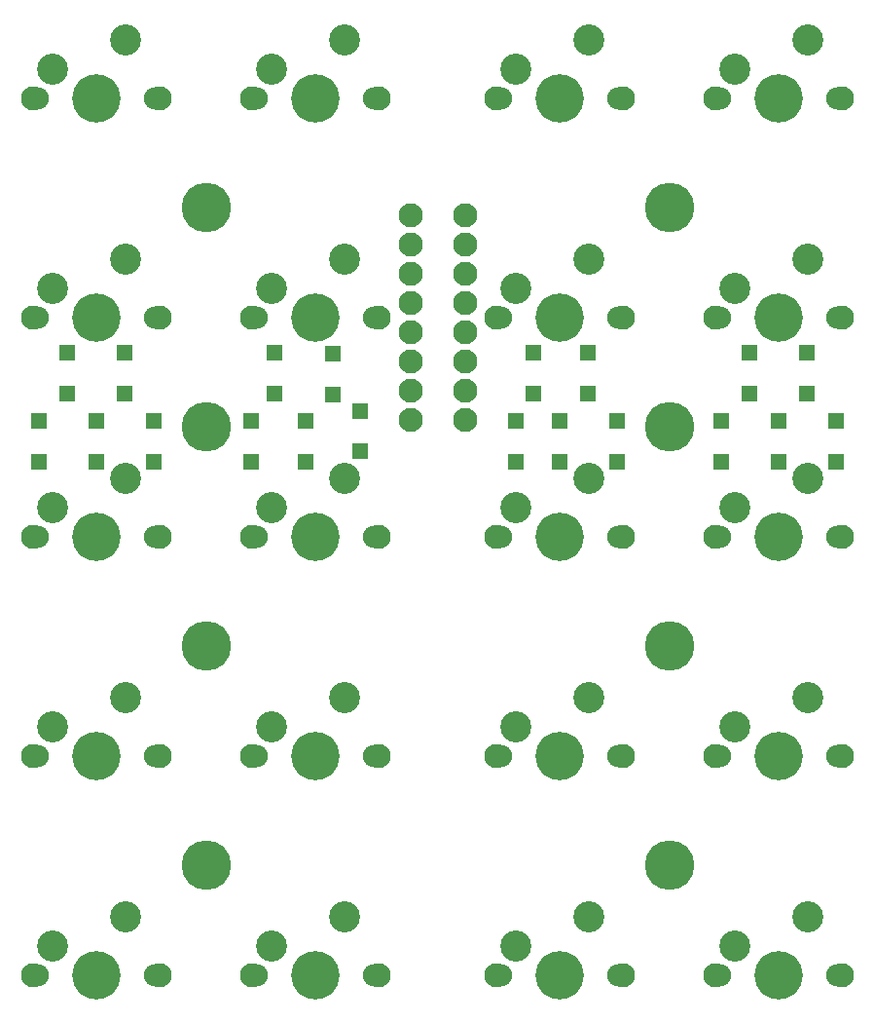
<source format=gbs>
G04 #@! TF.GenerationSoftware,KiCad,Pcbnew,(5.1.2)-2*
G04 #@! TF.CreationDate,2020-05-16T23:41:00+09:00*
G04 #@! TF.ProjectId,______,e135d7ec-fcc8-42e6-9b69-6361645f7063,rev?*
G04 #@! TF.SameCoordinates,Original*
G04 #@! TF.FileFunction,Soldermask,Bot*
G04 #@! TF.FilePolarity,Negative*
%FSLAX46Y46*%
G04 Gerber Fmt 4.6, Leading zero omitted, Abs format (unit mm)*
G04 Created by KiCad (PCBNEW (5.1.2)-2) date 2020-05-16 23:41:00*
%MOMM*%
%LPD*%
G04 APERTURE LIST*
%ADD10C,1.900000*%
%ADD11C,2.700000*%
%ADD12C,2.100000*%
%ADD13C,4.200000*%
%ADD14R,1.400000X1.400000*%
%ADD15C,4.300000*%
G04 APERTURE END LIST*
D10*
X33630000Y65650000D03*
X23470000Y65650000D03*
D11*
X24740000Y68190000D03*
X31090000Y70730000D03*
D12*
X34050000Y65650000D03*
X23050000Y65650000D03*
D13*
X28550000Y65650000D03*
D10*
X33630000Y84700000D03*
X23470000Y84700000D03*
D11*
X24740000Y87240000D03*
X31090000Y89780000D03*
D12*
X34050000Y84700000D03*
X23050000Y84700000D03*
D13*
X28550000Y84700000D03*
D10*
X33630000Y46600000D03*
X23470000Y46600000D03*
D11*
X24740000Y49140000D03*
X31090000Y51680000D03*
D12*
X34050000Y46600000D03*
X23050000Y46600000D03*
D13*
X28550000Y46600000D03*
D10*
X14580000Y65650000D03*
X4420000Y65650000D03*
D11*
X5690000Y68190000D03*
X12040000Y70730000D03*
D12*
X15000000Y65650000D03*
X4000000Y65650000D03*
D13*
X9500000Y65650000D03*
D10*
X54880000Y46600000D03*
X44720000Y46600000D03*
D11*
X45990000Y49140000D03*
X52340000Y51680000D03*
D12*
X55300000Y46600000D03*
X44300000Y46600000D03*
D13*
X49800000Y46600000D03*
D10*
X33630000Y27550000D03*
X23470000Y27550000D03*
D11*
X24740000Y30090000D03*
X31090000Y32630000D03*
D12*
X34050000Y27550000D03*
X23050000Y27550000D03*
D13*
X28550000Y27550000D03*
D10*
X14580000Y46600000D03*
X4420000Y46600000D03*
D11*
X5690000Y49140000D03*
X12040000Y51680000D03*
D12*
X15000000Y46600000D03*
X4000000Y46600000D03*
D13*
X9500000Y46600000D03*
D10*
X54880000Y27550000D03*
X44720000Y27550000D03*
D11*
X45990000Y30090000D03*
X52340000Y32630000D03*
D12*
X55300000Y27550000D03*
X44300000Y27550000D03*
D13*
X49800000Y27550000D03*
D10*
X54880000Y84700000D03*
X44720000Y84700000D03*
D11*
X45990000Y87240000D03*
X52340000Y89780000D03*
D12*
X55300000Y84700000D03*
X44300000Y84700000D03*
D13*
X49800000Y84700000D03*
D10*
X54880000Y65650000D03*
X44720000Y65650000D03*
D11*
X45990000Y68190000D03*
X52340000Y70730000D03*
D12*
X55300000Y65650000D03*
X44300000Y65650000D03*
D13*
X49800000Y65650000D03*
D10*
X54880000Y8500000D03*
X44720000Y8500000D03*
D11*
X45990000Y11040000D03*
X52340000Y13580000D03*
D12*
X55300000Y8500000D03*
X44300000Y8500000D03*
D13*
X49800000Y8500000D03*
D10*
X73930000Y84700000D03*
X63770000Y84700000D03*
D11*
X65040000Y87240000D03*
X71390000Y89780000D03*
D12*
X74350000Y84700000D03*
X63350000Y84700000D03*
D13*
X68850000Y84700000D03*
D10*
X73930000Y65650000D03*
X63770000Y65650000D03*
D11*
X65040000Y68190000D03*
X71390000Y70730000D03*
D12*
X74350000Y65650000D03*
X63350000Y65650000D03*
D13*
X68850000Y65650000D03*
D10*
X73930000Y46600000D03*
X63770000Y46600000D03*
D11*
X65040000Y49140000D03*
X71390000Y51680000D03*
D12*
X74350000Y46600000D03*
X63350000Y46600000D03*
D13*
X68850000Y46600000D03*
D10*
X73930000Y27550000D03*
X63770000Y27550000D03*
D11*
X65040000Y30090000D03*
X71390000Y32630000D03*
D12*
X74350000Y27550000D03*
X63350000Y27550000D03*
D13*
X68850000Y27550000D03*
D10*
X73930000Y8500000D03*
X63770000Y8500000D03*
D11*
X65040000Y11040000D03*
X71390000Y13580000D03*
D12*
X74350000Y8500000D03*
X63350000Y8500000D03*
D13*
X68850000Y8500000D03*
D10*
X33630000Y8500000D03*
X23470000Y8500000D03*
D11*
X24740000Y11040000D03*
X31090000Y13580000D03*
D12*
X34050000Y8500000D03*
X23050000Y8500000D03*
D13*
X28550000Y8500000D03*
D10*
X14580000Y84700000D03*
X4420000Y84700000D03*
D11*
X5690000Y87240000D03*
X12040000Y89780000D03*
D12*
X15000000Y84700000D03*
X4000000Y84700000D03*
D13*
X9500000Y84700000D03*
D10*
X14580000Y27550000D03*
X4420000Y27550000D03*
D11*
X5690000Y30090000D03*
X12040000Y32630000D03*
D12*
X15000000Y27550000D03*
X4000000Y27550000D03*
D13*
X9500000Y27550000D03*
D10*
X14580000Y8500000D03*
X4420000Y8500000D03*
D11*
X5690000Y11040000D03*
X12040000Y13580000D03*
D12*
X15000000Y8500000D03*
X4000000Y8500000D03*
D13*
X9500000Y8500000D03*
D12*
X41570000Y74565000D03*
X41570000Y72025000D03*
X41570000Y69485000D03*
X41570000Y66945000D03*
X41570000Y64405000D03*
X41570000Y61865000D03*
X41570000Y59325000D03*
X41570000Y56785000D03*
X36830000Y74565000D03*
X36830000Y72025000D03*
X36830000Y69485000D03*
X36830000Y66945000D03*
X36830000Y64405000D03*
X36830000Y61865000D03*
X36830000Y59325000D03*
X36830000Y56785000D03*
D14*
X14502500Y53175000D03*
X14502500Y56725000D03*
X47502500Y59075000D03*
X47502500Y62625000D03*
X52302500Y59075000D03*
X52302500Y62625000D03*
X54802500Y53175000D03*
X54802500Y56725000D03*
X49802500Y53175000D03*
X49802500Y56725000D03*
X46000000Y53175000D03*
X46000000Y56725000D03*
X66352500Y59075000D03*
X66352500Y62625000D03*
X71352500Y59075000D03*
X71352500Y62625000D03*
X73852500Y53175000D03*
X73852500Y56725000D03*
X68852500Y53175000D03*
X68852500Y56725000D03*
X63852500Y53175000D03*
X63852500Y56725000D03*
X25052500Y59075000D03*
X25052500Y62625000D03*
X30052500Y58975000D03*
X30052500Y62525000D03*
X32470000Y54025000D03*
X32470000Y57575000D03*
X27752500Y53175000D03*
X27752500Y56725000D03*
X22952500Y53175000D03*
X22952500Y56725000D03*
X12002500Y59075000D03*
X12002500Y62625000D03*
X7002500Y59075000D03*
X7002500Y62625000D03*
X9502500Y53175000D03*
X9502500Y56725000D03*
X4502500Y53175000D03*
X4502500Y56725000D03*
D15*
X59350000Y37100000D03*
X59350000Y56150000D03*
X59350000Y75200000D03*
X59350000Y18050000D03*
X19050000Y75200000D03*
X19050000Y56150000D03*
X19050000Y37100000D03*
X19050000Y18050000D03*
M02*

</source>
